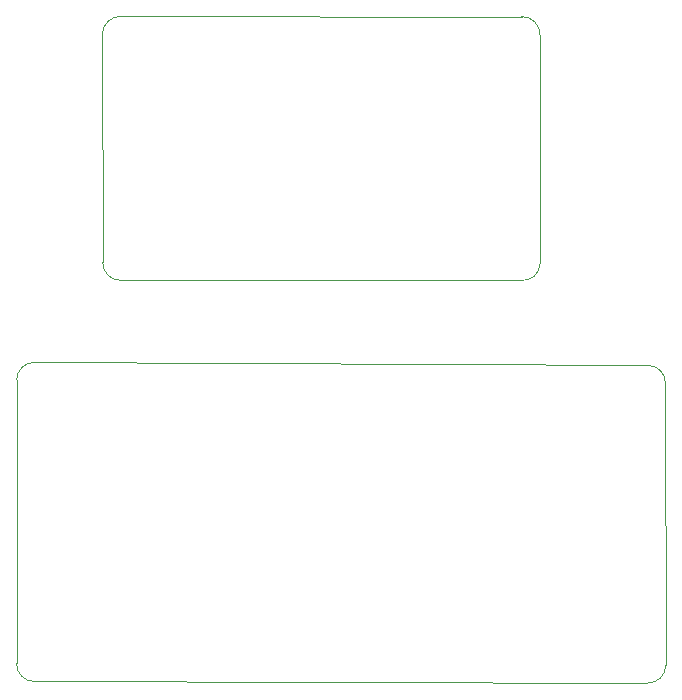
<source format=gbr>
%TF.GenerationSoftware,KiCad,Pcbnew,5.1.5+dfsg1-2build2*%
%TF.CreationDate,2021-04-08T10:41:37-07:00*%
%TF.ProjectId,spl_prototype,73706c5f-7072-46f7-946f-747970652e6b,rev?*%
%TF.SameCoordinates,Original*%
%TF.FileFunction,Profile,NP*%
%FSLAX46Y46*%
G04 Gerber Fmt 4.6, Leading zero omitted, Abs format (unit mm)*
G04 Created by KiCad (PCBNEW 5.1.5+dfsg1-2build2) date 2021-04-08 10:41:37*
%MOMM*%
%LPD*%
G04 APERTURE LIST*
%TA.AperFunction,Profile*%
%ADD10C,0.050000*%
%TD*%
G04 APERTURE END LIST*
D10*
X97000000Y-44759201D02*
X96960034Y-25501071D01*
X132420000Y-46300000D02*
X98500649Y-46300000D01*
X134030000Y-25590649D02*
X134027699Y-44839584D01*
X98560000Y-23940799D02*
X132469351Y-23960000D01*
X132468914Y-23957945D02*
G75*
G02X134030000Y-25590649I11087J-1552056D01*
G01*
X134027699Y-44839584D02*
G75*
G02X132420000Y-46300000I-1457700J-10417D01*
G01*
X98500649Y-46300000D02*
G75*
G02X97000000Y-44759201I-10650J1490800D01*
G01*
X96960034Y-25501071D02*
G75*
G02X98560000Y-23940799I1549967J11072D01*
G01*
X89700000Y-78720000D02*
X89709201Y-54740649D01*
X143120000Y-80390000D02*
X91200649Y-80260799D01*
X144640000Y-55030000D02*
X144660799Y-78889351D01*
X91250000Y-53240000D02*
X143140000Y-53490000D01*
X144660799Y-78889351D02*
G75*
G02X143120000Y-80390000I-1490800J-10650D01*
G01*
X91200649Y-80260799D02*
G75*
G02X89700000Y-78720000I-10650J1490800D01*
G01*
X143139351Y-53489201D02*
G75*
G02X144640000Y-55030000I10650J-1490800D01*
G01*
X89709201Y-54740649D02*
G75*
G02X91250000Y-53240000I1490800J10650D01*
G01*
M02*

</source>
